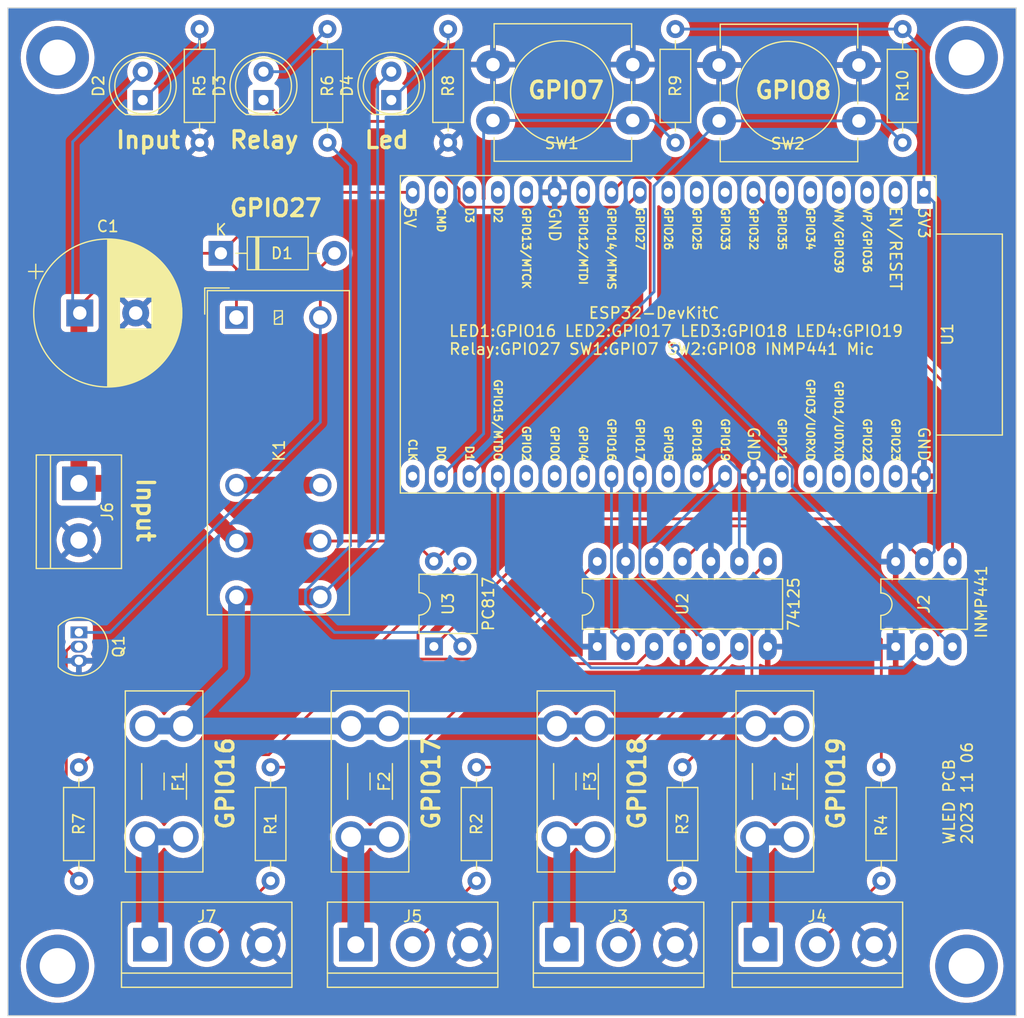
<source format=kicad_pcb>
(kicad_pcb (version 20221018) (generator pcbnew)
  (layers (0 "F.Cu" signal) (31 "B.Cu" signal) (34 "B.Paste" user) (35 "F.Paste" user) (36 "B.SilkS" user "B.Silkscreen") (37 "F.SilkS" user "F.Silkscreen") (38 "B.Mask" user) (39 "F.Mask" user) (44 "Edge.Cuts" user))
  (net 0 "")
  (net 1 "+5V")
  (net 2 "GND")
  (net 3 "Net-(D1-A)")
  (net 4 "Net-(D2-K)")
  (net 5 "/relay trigger lo")
  (net 6 "Net-(D3-A)")
  (net 7 "Net-(D4-K)")
  (net 8 "/5v sw")
  (net 9 "Net-(J7-Pin_1)")
  (net 10 "Net-(J5-Pin_1)")
  (net 11 "Net-(J3-Pin_1)")
  (net 12 "Net-(J4-Pin_1)")
  (net 13 "/mic ws")
  (net 14 "/mic sck")
  (net 15 "/mic sd")
  (net 16 "+3.3V")
  (net 17 "/led3 hi")
  (net 18 "/led4 hi")
  (net 19 "/led2 hi")
  (net 20 "/led1 hi")
  (net 21 "unconnected-(K1-Pad12)")
  (net 22 "Net-(Q1-B)")
  (net 23 "Net-(U2A-O)")
  (net 24 "Net-(U2B-O)")
  (net 25 "Net-(U2C-O)")
  (net 26 "Net-(U2D-O)")
  (net 27 "Net-(R6-Pad1)")
  (net 28 "Net-(R7-Pad2)")
  (net 39 "/led4 lo")
  (net 42 "/led1 lo")
  (net 43 "/led2 lo")
  (net 50 "/sw 1")
  (net 56 "/led3 lo")
  (net 57 "/sw 2")
  (footprint "TerminalBlock:TerminalBlock_bornier-3_P5.08mm" (layer "F.Cu") (at 125.73 137.16)
    (fp_text reference "J5" (at 5.08 -2.54) (layer "F.SilkS"))
    (fp_text value "Screw_Terminal_01x03")
    (pad "1" thru_hole rect (at 0 0) (size 3 3) (drill 1.52) (layers "*.Cu" "*.Mask") (net 10 "Net-(J5-Pin_1)"))
    (pad "2" thru_hole circle (at 5.08 0) (size 3 3) (drill 1.52) (layers "*.Cu" "*.Mask") (net 19 "/led2 hi"))
    (pad "3" thru_hole circle (at 10.16 0) (size 3 3) (drill 1.52) (layers "*.Cu" "*.Mask") (net 2 "GND"))
  )
  (footprint "Diode_THT:D_DO-41_SOD81_P10.16mm_Horizontal" (layer "F.Cu") (at 113.6625 75.3025)
    (fp_text reference "D1" (at 5.461 0) (layer "F.SilkS"))
    (fp_text value "1N4001")
    (fp_text user "K" (at 0 -2.1) (layer "F.SilkS"))
    (pad "1" thru_hole rect (at 0 0) (size 2.2 2.2) (drill 1.1) (layers "*.Cu" "*.Mask") (net 1 "+5V"))
    (pad "2" thru_hole oval (at 10.16 0) (size 2.2 2.2) (drill 1.1) (layers "*.Cu" "*.Mask") (net 3 "Net-(D1-A)"))
  )
  (footprint "Resistor_THT:R_Axial_DIN0207_L6.3mm_D2.5mm_P10.16mm_Horizontal" (layer "F.Cu") (at 154.305 65.405 90)
    (fp_text reference "R9" (at 5.08 0 90) (layer "F.SilkS"))
    (fp_text value "10k")
    (pad "1" thru_hole circle (at 0 0 90) (size 1.6 1.6) (drill 0.8) (layers "*.Cu" "*.Mask") (net 50 "/sw 1"))
    (pad "2" thru_hole oval (at 10.16 0 90) (size 1.6 1.6) (drill 0.8) (layers "*.Cu" "*.Mask") (net 16 "+3.3V"))
  )
  (footprint "Resistor_THT:R_Axial_DIN0207_L6.3mm_D2.5mm_P10.16mm_Horizontal" (layer "F.Cu") (at 136.525 131.445 90)
    (fp_text reference "R2" (at 5.08 0 90) (layer "F.SilkS"))
    (fp_text value "62R")
    (pad "1" thru_hole circle (at 0 0 90) (size 1.6 1.6) (drill 0.8) (layers "*.Cu" "*.Mask") (net 19 "/led2 hi"))
    (pad "2" thru_hole oval (at 10.16 0 90) (size 1.6 1.6) (drill 0.8) (layers "*.Cu" "*.Mask") (net 24 "Net-(U2B-O)"))
  )
  (footprint "Fuse:Fuseholder_Blade_Mini_Keystone_3568" (layer "F.Cu") (at 147.115 117.595 -90)
    (fp_text reference "F3" (at 4.96 0.43 90) (layer "F.SilkS"))
    (fp_text value "Fuse")
    (pad "1" thru_hole circle (at 0 0 270) (size 2.78 2.78) (drill 1.78) (layers "*.Cu" "*.Mask") (net 8 "/5v sw"))
    (pad "1" thru_hole circle (at 0 3.4 270) (size 2.78 2.78) (drill 1.78) (layers "*.Cu" "*.Mask") (net 8 "/5v sw"))
    (pad "2" thru_hole circle (at 9.92 0 270) (size 2.78 2.78) (drill 1.78) (layers "*.Cu" "*.Mask") (net 11 "Net-(J3-Pin_1)"))
    (pad "2" thru_hole circle (at 9.92 3.4 270) (size 2.78 2.78) (drill 1.78) (layers "*.Cu" "*.Mask") (net 11 "Net-(J3-Pin_1)"))
  )
  (footprint "PCM_Espressif:ESP32-DevKitC" (layer "F.Cu") (at 176.53 69.85 -90)
    (fp_text reference "U1" (at 12.7 -2.1 90) (layer "F.SilkS"))
    (fp_text value "ESP32-DevKitC" (at 10.795 24.13) (layer "F.SilkS"))
    (fp_text user "GPIO2" (at 24.13 35.56 -90 unlocked) (layer "F.SilkS") (effects (font (size 0.7 0.7)) (justify right)))
    (fp_text user "GPIO15/MTDO" (at 24.13 38.1 -90 unlocked) (layer "F.SilkS") (effects (font (size 0.7 0.7)) (justify right)))
    (fp_text user "GPIO16" (at 24.13 27.94 -90 unlocked) (layer "F.SilkS") (effects (font (size 0.7 0.7)) (justify right)))
    (fp_text user "GPIO26" (at 1.27 22.86 -90 unlocked) (layer "F.SilkS") (effects (font (size 0.7 0.7)) (justify left)))
    (fp_text user "GPIO17" (at 24.13 25.4 -90 unlocked) (layer "F.SilkS") (effects (font (size 0.7 0.7)) (justify right)))
    (fp_text user "GND" (at 24.13 0 -90 unlocked) (layer "F.SilkS") (effects (justify right)))
    (fp_text user "GPIO14/MTMS" (at 1.27 27.94 -90 unlocked) (layer "F.SilkS") (effects (font (size 0.7 0.7)) (justify left)))
    (fp_text user "GPIO5" (at 24.13 22.86 -90 unlocked) (layer "F.SilkS") (effects (font (size 0.7 0.7)) (justify right)))
    (fp_text user "GPIO13/MTCK" (at 1.27 35.56 -90 unlocked) (layer "F.SilkS") (effects (font (size 0.7 0.7)) (justify left)))
    (fp_text user "GPIO34" (at 1.27 10.16 -90 unlocked) (layer "F.SilkS") (effects (font (size 0.7 0.7)) (justify left)))
    (fp_text user "GPIO33" (at 1.27 17.78 -90 unlocked) (layer "F.SilkS") (effects (font (size 0.7 0.7)) (justify left)))
    (fp_text user "5V" (at 1.26632 45.97128 -90 unlocked) (layer "F.SilkS") (effects (justify left)))
    (fp_text user "D2" (at 1.27 38.1 -90 unlocked) (layer "F.SilkS") (effects (font (size 0.7 0.7)) (justify left)))
    (fp_text user "GPIO35" (at 1.27 12.7 -90 unlocked) (layer "F.SilkS") (effects (font (size 0.7 0.7)) (justify left)))
    (fp_text user "GPIO0" (at 24.13 33.02 -90 unlocked) (layer "F.SilkS") (effects (font (size 0.7 0.7)) (justify right)))
    (fp_text user "CLK" (at 24.13 45.72 -90 unlocked) (layer "F.SilkS") (effects (font (size 0.7 0.7)) (justify right)))
    (fp_text user "GPIO32" (at 1.27 15.24 -90 unlocked) (layer "F.SilkS") (effects (font (size 0.7 0.7)) (justify left)))
    (fp_text user "GPIO3/U0RXD" (at 24.13 10.16 -90 unlocked) (layer "F.SilkS") (effects (font (size 0.7 0.7)) (justify right)))
    (fp_text user "GPIO25" (at 1.27 20.32 -90 unlocked) (layer "F.SilkS") (effects (font (size 0.7 0.7)) (justify left)))
    (fp_text user "VP/GPIO36" (at 1.27 5.08 -90 unlocked) (layer "F.SilkS") (effects (font (size 0.7 0.7)) (justify left)))
    (fp_text user "EN/RESET" (at 8.88632 2.53728 -90 unlocked) (layer "F.SilkS") (effects (justify right)))
    (fp_text user "3V3" (at 1.27 0 -90 unlocked) (layer "F.SilkS") (effects (justify left)))
    (fp_text user "GPIO1/U0TXD" (at 24.13 7.62 -90 unlocked) (layer "F.SilkS") (effects (font (size 0.7 0.7)) (justify right)))
    (fp_text user "D1" (at 24.13 40.64 -90 unlocked) (layer "F.SilkS") (effects (font (size 0.7 0.7)) (justify right)))
    (fp_text user "GPIO21" (at 24.13 12.7 -90 unlocked) (layer "F.SilkS") (effects (font (size 0.7 0.7)) (justify right)))
    (fp_text user "GND" (at 1.27 33.02 -90 unlocked) (layer "F.SilkS") (effects (justify left)))
    (fp_text user "CMD" (at 1.27 43.18 -90 unlocked) (layer "F.SilkS") (effects (font (size 0.7 0.7)) (justify left)))
    (fp_text user "D3" (at 1.27 40.64 -90 unlocked) (layer "F.SilkS") (effects (font (size 0.7 0.7)) (justify left)))
    (fp_text user "VN/GPIO39" (at 1.27 7.62 -90 unlocked) (layer "F.SilkS") (effects (font (size 0.7 0.7)) (justify left)))
    (fp_text user "GPIO22" (at 24.13 5.08 -90 unlocked) (layer "F.SilkS") (effects (font (size 0.7 0.7)) (justify right)))
    (fp_text user "GPIO19" (at 24.13 17.78 -90 unlocked) (layer "F.SilkS") (effects (font (size 0.7 0.7)) (justify right)))
    (fp_text user "D0" (at 24.13 43.18 -90 unlocked) (layer "F.SilkS") (effects (font (size 0.7 0.7)) (justify right)))
    (fp_text user "GPIO4" (at 24.13 30.48 -90 unlocked) (layer "F.SilkS") (effects (font (size 0.7 0.7)) (justify right)))
    (fp_text user "GPIO12/MTDI" (at 1.27 30.48 -90 unlocked) (layer "F.SilkS") (effects (font (size 0.7 0.7)) (justify left)))
    (fp_text user "GPIO27" (at 1.27 25.4 -90 unlocked) (layer "F.SilkS") (effects (font (size 0.7 0.7)) (justify left)))
    (fp_text user "GPIO23" (at 24.13 2.54 -90 unlocked) (layer "F.SilkS") (effects (font (size 0.7 0.7)) (justify right)))
    (fp_text user "GND" (at 24.13 15.24 -90 unlocked) (layer "F.SilkS") (effects (justify right)))
    (fp_text user "GPIO18" (at 24.13 20.32 -90 unlocked) (layer "F.SilkS") (effects (font (size 0.7 0.7)) (justify right)))
    (pad "1" thru_hole rect (at 0 0 180) (size 1.2 2) (drill 0.8) (layers "*.Cu" "*.Mask") (net 16 "+3.3V"))
    (pad "2" thru_hole oval (at 0 2.54 180) (size 1.2 2) (drill 0.8) (layers "*.Cu" "*.Mask"))
    (pad "3" thru_hole oval (at 0 5.08 180) (size 1.2 2) (drill 0.8) (layers "*.Cu" "*.Mask"))
    (pad "4" thru_hole oval (at 0 7.62 180) (size 1.2 2) (drill 0.8) (layers "*.Cu" "*.Mask"))
    (pad "5" thru_hole oval (at 0 10.16 180) (size 1.2 2) (drill 0.8) (layers "*.Cu" "*.Mask"))
    (pad "6" thru_hole oval (at 0 12.7 180) (size 1.2 2) (drill 0.8) (layers "*.Cu" "*.Mask"))
    (pad "7" thru_hole oval (at 0 15.24 180) (size 1.2 2) (drill 0.8) (layers "*.Cu" "*.Mask") (net 15 "/mic sd"))
    (pad "8" thru_hole oval (at 0 17.78 180) (size 1.2 2) (drill 0.8) (layers "*.Cu" "*.Mask"))
    (pad "9" thru_hole oval (at 0 20.32 180) (size 1.2 2) (drill 0.8) (layers "*.Cu" "*.Mask"))
    (pad "10" thru_hole oval (at 0 22.86 180) (size 1.2 2) (drill 0.8) (layers "*.Cu" "*.Mask"))
    (pad "11" thru_hole oval (at 0 25.4 180) (size 1.2 2) (drill 0.8) (layers "*.Cu" "*.Mask") (net 5 "/relay trigger lo"))
    (pad "12" thru_hole oval (at 0 27.94 180) (size 1.2 2) (drill 0.8) (layers "*.Cu" "*.Mask") (net 14 "/mic sck"))
    (pad "13" thru_hole oval (at 0 30.48 180) (size 1.2 2) (drill 0.8) (layers "*.Cu" "*.Mask"))
    (pad "14" thru_hole oval (at 0 33.02 180) (size 1.2 2) (drill 0.8) (layers "*.Cu" "*.Mask") (net 2 "GND"))
    (pad "15" thru_hole oval (at 0 35.56 180) (size 1.2 2) (drill 0.8) (layers "*.Cu" "*.Mask"))
    (pad "16" thru_hole oval (at 0 38.1 180) (size 1.2 2) (drill 0.8) (layers "*.Cu" "*.Mask"))
    (pad "17" thru_hole oval (at 0 40.64 180) (size 1.2 2) (drill 0.8) (layers "*.Cu" "*.Mask"))
    (pad "18" thru_hole oval (at 0 43.18 180) (size 1.2 2) (drill 0.8) (layers "*.Cu" "*.Mask"))
    (pad "19" thru_hole oval (at 0 45.72 180) (size 1.2 2) (drill 0.8) (layers "*.Cu" "*.Mask") (net 1 "+5V"))
    (pad "20" thru_hole oval (at 25.39632 45.71728 180) (size 1.2 2) (drill 0.8) (layers "*.Cu" "*.Mask"))
    (pad "21" thru_hole oval (at 25.39632 43.17728 180) (size 1.2 2) (drill 0.8) (layers "*.Cu" "*.Mask") (net 50 "/sw 1"))
    (pad "22" thru_hole oval (at 25.4 40.64 180) (size 1.2 2) (drill 0.8) (layers "*.Cu" "*.Mask") (net 57 "/sw 2"))
    (pad "23" thru_hole oval (at 25.4 38.1 180) (size 1.2 2) (drill 0.8) (layers "*.Cu" "*.Mask") (net 13 "/mic ws"))
    (pad "24" thru_hole oval (at 25.4 35.56 180) (size 1.2 2) (drill 0.8) (layers "*.Cu" "*.Mask"))
    (pad "25" thru_hole oval (at 25.4 33.02 180) (size 1.2 2) (drill 0.8) (layers "*.Cu" "*.Mask"))
    (pad "26" thru_hole oval (at 25.4 30.48 180) (size 1.2 2) (drill 0.8) (layers "*.Cu" "*.Mask"))
    (pad "27" thru_hole oval (at 25.4 27.94 180) (size 1.2 2) (drill 0.8) (layers "*.Cu" "*.Mask") (net 42 "/led1 lo"))
    (pad "28" thru_hole oval (at 25.4 25.4 180) (size 1.2 2) (drill 0.8) (layers "*.Cu" "*.Mask") (net 43 "/led2 lo"))
    (pad "29" thru_hole oval (at 25.4 22.86 180) (size 1.2 2) (drill 0.8) (layers "*.Cu" "*.Mask"))
    (pad "30" thru_hole oval (at 25.4 20.32 180) (size 1.2 2) (drill 0.8) (layers "*.Cu" "*.Mask") (net 56 "/led3 lo"))
    (pad "31" thru_hole oval (at 25.4 17.78 180) (size 1.2 2) (drill 0.8) (layers "*.Cu" "*.Mask") (net 39 "/led4 lo"))
    (pad "32" thru_hole oval (at 25.4 15.24 180) (size 1.2 2) (drill 0.8) (layers "*.Cu" "*.Mask") (net 2 "GND"))
    (pad "33" thru_hole oval (at 25.4 12.7 180) (size 1.2 2) (drill 0.8) (layers "*.Cu" "*.Mask"))
    (pad "34" thru_hole oval (at 25.4 10.16 180) (size 1.2 2) (drill 0.8) (layers "*.Cu" "*.Mask"))
    (pad "35" thru_hole oval (at 25.4 7.62 180) (size 1.2 2) (drill 0.8) (layers "*.Cu" "*.Mask"))
    (pad "36" thru_hole oval (at 25.4 5.08 180) (size 1.2 2) (drill 0.8) (layers "*.Cu" "*.Mask"))
    (pad "37" thru_hole oval (at 25.4 2.54 180) (size 1.2 2) (drill 0.8) (layers "*.Cu" "*.Mask"))
    (pad "38" thru_hole oval (at 25.4 0 180) (size 1.2 2) (drill 0.8) (layers "*.Cu" "*.Mask") (net 2 "GND"))
  )
  (footprint "TerminalBlock:TerminalBlock_bornier-3_P5.08mm" (layer "F.Cu") (at 144.145 137.16)
    (fp_text reference "J3" (at 5.08 -2.54) (layer "F.SilkS"))
    (fp_text value "Screw_Terminal_01x03")
    (pad "1" thru_hole rect (at 0 0) (size 3 3) (drill 1.52) (layers "*.Cu" "*.Mask") (net 11 "Net-(J3-Pin_1)"))
    (pad "2" thru_hole circle (at 5.08 0) (size 3 3) (drill 1.52) (layers "*.Cu" "*.Mask") (net 17 "/led3 hi"))
    (pad "3" thru_hole circle (at 10.16 0) (size 3 3) (drill 1.52) (layers "*.Cu" "*.Mask") (net 2 "GND"))
  )
  (footprint "TerminalBlock:TerminalBlock_bornier-3_P5.08mm" (layer "F.Cu") (at 107.315 137.16)
    (fp_text reference "J7" (at 5.08 -2.54) (layer "F.SilkS"))
    (fp_text value "Screw_Terminal_01x03")
    (pad "1" thru_hole rect (at 0 0) (size 3 3) (drill 1.52) (layers "*.Cu" "*.Mask") (net 9 "Net-(J7-Pin_1)"))
    (pad "2" thru_hole circle (at 5.08 0) (size 3 3) (drill 1.52) (layers "*.Cu" "*.Mask") (net 20 "/led1 hi"))
    (pad "3" thru_hole circle (at 10.16 0) (size 3 3) (drill 1.52) (layers "*.Cu" "*.Mask") (net 2 "GND"))
  )
  (footprint "Resistor_THT:R_Axial_DIN0207_L6.3mm_D2.5mm_P10.16mm_Horizontal" (layer "F.Cu") (at 123.19 65.405 90)
    (fp_text reference "R6" (at 5.08 0 90) (layer "F.SilkS"))
    (fp_text value "R")
    (pad "1" thru_hole circle (at 0 0 90) (size 1.6 1.6) (drill 0.8) (layers "*.Cu" "*.Mask") (net 27 "Net-(R6-Pad1)"))
    (pad "2" thru_hole oval (at 10.16 0 90) (size 1.6 1.6) (drill 0.8) (layers "*.Cu" "*.Mask") (net 6 "Net-(D3-A)"))
  )
  (footprint "MountingHole:MountingHole_3.2mm_M3_DIN965_Pad_TopBottom" (layer "F.Cu") (at 180.34 139.065)
    (fp_text reference "H4" hide)
    (fp_text value "MountingHole")
    (pad "1" thru_hole circle (at 0 0) (size 3.6 3.6) (drill 3.2) (layers "*.Cu" "*.Mask"))
    (pad "1" connect circle (at 0 0) (size 5.6 5.6) (layers "F.Cu" "F.Mask"))
    (pad "1" connect circle (at 0 0) (size 5.6 5.6) (layers "B.Cu" "B.Mask"))
  )
  (footprint "Package_DIP:DIP-6_W7.62mm_LongPads" (layer "F.Cu") (at 174.005 110.505 90)
    (fp_text reference "J2" (at 3.825 2.525 90) (layer "F.SilkS"))
    (fp_text value "Conn_02x03_Counter_Clockwise")
    (pad "1" thru_hole rect (at 0 0 90) (size 2.4 1.6) (drill 0.8) (layers "*.Cu" "*.Mask") (net 2 "GND"))
    (pad "2" thru_hole oval (at 0 2.54 90) (size 2.4 1.6) (drill 0.8) (layers "*.Cu" "*.Mask") (net 13 "/mic ws"))
    (pad "3" thru_hole oval (at 0 5.08 90) (size 2.4 1.6) (drill 0.8) (layers "*.Cu" "*.Mask") (net 14 "/mic sck"))
    (pad "4" thru_hole oval (at 7.62 5.08 90) (size 2.4 1.6) (drill 0.8) (layers "*.Cu" "*.Mask") (net 15 "/mic sd"))
    (pad "5" thru_hole oval (at 7.62 2.54 90) (size 2.4 1.6) (drill 0.8) (layers "*.Cu" "*.Mask") (net 16 "+3.3V"))
    (pad "6" thru_hole oval (at 7.62 0 90) (size 2.4 1.6) (drill 0.8) (layers "*.Cu" "*.Mask") (net 2 "GND"))
  )
  (footprint "Package_DIP:DIP-14_W7.62mm_LongPads" (layer "F.Cu") (at 147.32 110.49 90)
    (fp_text reference "U2" (at 3.81 7.62 90) (layer "F.SilkS"))
    (fp_text value "74125" (at 3.81 17.57 90) (layer "F.SilkS"))
    (pad "1" thru_hole rect (at 0 0 90) (size 2.4 1.6) (drill 0.8) (layers "*.Cu" "*.Mask") (net 2 "GND"))
    (pad "2" thru_hole oval (at 0 2.54 90) (size 2.4 1.6) (drill 0.8) (layers "*.Cu" "*.Mask") (net 42 "/led1 lo"))
    (pad "3" thru_hole oval (at 0 5.08 90) (size 2.4 1.6) (drill 0.8) (layers "*.Cu" "*.Mask") (net 23 "Net-(U2A-O)"))
    (pad "4" thru_hole oval (at 0 7.62 90) (size 2.4 1.6) (drill 0.8) (layers "*.Cu" "*.Mask") (net 2 "GND"))
    (pad "5" thru_hole oval (at 0 10.16 90) (size 2.4 1.6) (drill 0.8) (layers "*.Cu" "*.Mask") (net 43 "/led2 lo"))
    (pad "6" thru_hole oval (at 0 12.7 90) (size 2.4 1.6) (drill 0.8) (layers "*.Cu" "*.Mask") (net 24 "Net-(U2B-O)"))
    (pad "7" thru_hole oval (at 0 15.24 90) (size 2.4 1.6) (drill 0.8) (layers "*.Cu" "*.Mask") (net 2 "GND"))
    (pad "8" thru_hole oval (at 7.62 15.24 90) (size 2.4 1.6) (drill 0.8) (layers "*.Cu" "*.Mask") (net 25 "Net-(U2C-O)"))
    (pad "9" thru_hole oval (at 7.62 12.7 90) (size 2.4 1.6) (drill 0.8) (layers "*.Cu" "*.Mask") (net 56 "/led3 lo"))
    (pad "10" thru_hole oval (at 7.62 10.16 90) (size 2.4 1.6) (drill 0.8) (layers "*.Cu" "*.Mask") (net 2 "GND"))
    (pad "11" thru_hole oval (at 7.62 7.62 90) (size 2.4 1.6) (drill 0.8) (layers "*.Cu" "*.Mask") (net 26 "Net-(U2D-O)"))
    (pad "12" thru_hole oval (at 7.62 5.08 90) (size 2.4 1.6) (drill 0.8) (layers "*.Cu" "*.Mask") (net 39 "/led4 lo"))
    (pad "13" thru_hole oval (at 7.62 2.54 90) (size 2.4 1.6) (drill 0.8) (layers "*.Cu" "*.Mask") (net 2 "GND"))
    (pad "14" thru_hole oval (at 7.62 0 90) (size 2.4 1.6) (drill 0.8) (layers "*.Cu" "*.Mask") (net 1 "+5V"))
  )
  (footprint "MountingHole:MountingHole_3.2mm_M3_DIN965_Pad_TopBottom" (layer "F.Cu") (at 99.06 57.785)
    (fp_text reference "H1" hide)
    (fp_text value "MountingHole")
    (pad "1" thru_hole circle (at 0 0) (size 3.6 3.6) (drill 3.2) (layers "*.Cu" "*.Mask"))
    (pad "1" connect circle (at 0 0) (size 5.6 5.6) (layers "F.Cu" "F.Mask"))
    (pad "1" connect circle (at 0 0) (size 5.6 5.6) (layers "B.Cu" "B.Mask"))
  )
  (footprint "TerminalBlock:TerminalBlock_bornier-2_P5.08mm" (layer "F.Cu") (at 100.965 95.885 -90)
    (fp_text reference "J6" (at 2.54 -2.54 90) (layer "F.SilkS"))
    (fp_text value "Screw_Terminal_01x02")
    (pad "1" thru_hole rect (at 0 0 270) (size 3 3) (drill 1.52) (layers "*.Cu" "*.Mask") (net 1 "+5V"))
    (pad "2" thru_hole circle (at 5.08 0 270) (size 3 3) (drill 1.52) (layers "*.Cu" "*.Mask") (net 2 "GND"))
  )
  (footprint "Resistor_THT:R_Axial_DIN0207_L6.3mm_D2.5mm_P10.16mm_Horizontal" (layer "F.Cu") (at 174.625 65.405 90)
    (fp_text reference "R10" (at 5.08 0 90) (layer "F.SilkS"))
    (fp_text value "10k")
    (pad "1" thru_hole circle (at 0 0 90) (size 1.6 1.6) (drill 0.8) (layers "*.Cu" "*.Mask") (net 57 "/sw 2"))
    (pad "2" thru_hole oval (at 10.16 0 90) (size 1.6 1.6) (drill 0.8) (layers "*.Cu" "*.Mask") (net 16 "+3.3V"))
  )
  (footprint "Button_Switch_THT:SW_PUSH-12mm_Wuerth-430476085716" (layer "F.Cu") (at 150.495 63.42 180)
    (fp_text reference "SW1" (at 6.35 -2.03905 180) (layer "F.SilkS"))
    (fp_text value "SW_Push")
    (pad "1" thru_hole oval (at 0 0 180) (size 3 2.5) (drill 1.2) (layers "*.Cu" "*.Mask") (net 50 "/sw 1"))
    (pad "1" thru_hole oval (at 12.5 0 180) (size 3 2.5) (drill 1.2) (layers "*.Cu" "*.Mask") (net 50 "/sw 1"))
    (pad "2" thru_hole oval (at 0 5 180) (size 3 2.5) (drill 1.2) (layers "*.Cu" "*.Mask") (net 2 "GND"))
    (pad "2" thru_hole oval (at 12.5 5 180) (size 3 2.5) (drill 1.2) (layers "*.Cu" "*.Mask") (net 2 "GND"))
  )
  (footprint "Button_Switch_THT:SW_PUSH-12mm_Wuerth-430476085716" (layer "F.Cu") (at 170.715 63.46 180)
    (fp_text reference "SW2" (at 6.35 -2.03905 180) (layer "F.SilkS"))
    (fp_text value "SW_Push")
    (pad "1" thru_hole oval (at 0 0 180) (size 3 2.5) (drill 1.2) (layers "*.Cu" "*.Mask") (net 57 "/sw 2"))
    (pad "1" thru_hole oval (at 12.5 0 180) (size 3 2.5) (drill 1.2) (layers "*.Cu" "*.Mask") (net 57 "/sw 2"))
    (pad "2" thru_hole oval (at 0 5 180) (size 3 2.5) (drill 1.2) (layers "*.Cu" "*.Mask") (net 2 "GND"))
    (pad "2" thru_hole oval (at 12.5 5 180) (size 3 2.5) (drill 1.2) (layers "*.Cu" "*.Mask") (net 2 "GND"))
  )
  (footprint "Fuse:Fuseholder_Blade_Mini_Keystone_3568" (layer "F.Cu") (at 110.285 117.595 -90)
    (fp_text reference "F1" (at 4.96 0.43 90) (layer "F.SilkS"))
    (fp_text value "Fuse")
    (pad "1" thru_hole circle (at 0 0 270) (size 2.78 2.78) (drill 1.78) (layers "*.Cu" "*.Mask") (net 8 "/5v sw"))
    (pad "1" thru_hole circle (at 0 3.4 270) (size 2.78 2.78) (drill 1.78) (layers "*.Cu" "*.Mask") (net 8 "/5v sw"))
    (pad "2" thru_hole circle (at 9.92 0 270) (size 2.78 2.78) (drill 1.78) (layers "*.Cu" "*.Mask") (net 9 "Net-(J7-Pin_1)"))
    (pad "2" thru_hole circle (at 9.92 3.4 270) (size 2.78 2.78) (drill 1.78) (layers "*.Cu" "*.Mask") (net 9 "Net-(J7-Pin_1)"))
  )
  (footprint "Fuse:Fuseholder_Blade_Mini_Keystone_3568" (layer "F.Cu") (at 164.895 117.595 -90)
    (fp_text reference "F4" (at 4.96 0.43 90) (layer "F.SilkS"))
    (fp_text value "Fuse")
    (pad "1" thru_hole circle (at 0 0 270) (size 2.78 2.78) (drill 1.78) (layers "*.Cu" "*.Mask") (net 8 "/5v sw"))
    (pad "1" thru_hole circle (at 0 3.4 270) (size 2.78 2.78) (drill 1.78) (layers "*.Cu" "*.Mask") (net 8 "/5v sw"))
    (pad "2" thru_hole circle (at 9.92 0 270) (size 2.78 2.78) (drill 1.78) (layers "*.Cu" "*.Mask") (net 12 "Net-(J4-Pin_1)"))
    (pad "2" thru_hole circle (at 9.92 3.4 270) (size 2.78 2.78) (drill 1.78) (layers "*.Cu" "*.Mask") (net 12 "Net-(J4-Pin_1)"))
  )
  (footprint "Fuse:Fuseholder_Blade_Mini_Keystone_3568" (layer "F.Cu") (at 128.7 117.595 -90)
    (fp_text reference "F2" (at 4.96 0.43 90) (layer "F.SilkS"))
    (fp_text value "Fuse")
    (pad "1" thru_hole circle (at 0 0 270) (size 2.78 2.78) (drill 1.78) (layers "*.Cu" "*.Mask") (net 8 "/5v sw"))
    (pad "1" thru_hole circle (at 0 3.4 270) (size 2.78 2.78) (drill 1.78) (layers "*.Cu" "*.Mask") (net 8 "/5v sw"))
    (pad "2" thru_hole circle (at 9.92 0 270) (size 2.78 2.78) (drill 1.78) (layers "*.Cu" "*.Mask") (net 10 "Net-(J5-Pin_1)"))
    (pad "2" thru_hole circle (at 9.92 3.4 270) (size 2.78 2.78) (drill 1.78) (layers "*.Cu" "*.Mask") (net 10 "Net-(J5-Pin_1)"))
  )
  (footprint "Resistor_THT:R_Axial_DIN0207_L6.3mm_D2.5mm_P10.16mm_Horizontal" (layer "F.Cu") (at 154.94 131.445 90)
    (fp_text reference "R3" (at 5.08 0 90) (layer "F.SilkS"))
    (fp_text value "62R")
    (pad "1" thru_hole circle (at 0 0 90) (size 1.6 1.6) (drill 0.8) (layers "*.Cu" "*.Mask") (net 17 "/led3 hi"))
    (pad "2" thru_hole oval (at 10.16 0 90) (size 1.6 1.6) (drill 0.8) (layers "*.Cu" "*.Mask") (net 25 "Net-(U2C-O)"))
  )
  (footprint "Resistor_THT:R_Axial_DIN0207_L6.3mm_D2.5mm_P10.16mm_Horizontal" (layer "F.Cu") (at 100.965 131.445 90)
    (fp_text reference "R7" (at 5.08 0 90) (layer "F.SilkS"))
    (fp_text value "R")
    (pad "1" thru_hole circle (at 0 0 90) (size 1.6 1.6) (drill 0.8) (layers "*.Cu" "*.Mask") (net 22 "Net-(Q1-B)"))
    (pad "2" thru_hole oval (at 10.16 0 90) (size 1.6 1.6) (drill 0.8) (layers "*.Cu" "*.Mask") (net 28 "Net-(R7-Pad2)"))
  )
  (footprint "LED_THT:LED_D5.0mm" (layer "F.Cu") (at 106.68 61.6 90)
    (fp_text reference "D2" (at 1.27 -3.96 90) (layer "F.SilkS"))
    (fp_text value "LED")
    (pad "1" thru_hole rect (at 0 0 90) (size 1.8 1.8) (drill 0.9) (layers "*.Cu" "*.Mask") (net 4 "Net-(D2-K)"))
    (pad "2" thru_hole circle (at 2.54 0 90) (size 1.8 1.8) (drill 0.9) (layers "*.Cu" "*.Mask") (net 1 "+5V"))
  )
  (footprint "Package_DIP:DIP-4_W7.62mm" (layer "F.Cu") (at 132.71 110.48 90)
    (fp_text reference "U3" (at 3.81 1.275 90) (layer "F.SilkS"))
    (fp_text value "PC817" (at 3.81 4.87 90) (layer "F.SilkS"))
    (pad "1" thru_hole rect (at 0 0 90) (size 1.6 1.6) (drill 0.8) (layers "*.Cu" "*.Mask") (net 16 "+3.3V"))
    (pad "2" thru_hole oval (at 0 2.54 90) (size 1.6 1.6) (drill 0.8) (layers "*.Cu" "*.Mask") (net 27 "Net-(R6-Pad1)"))
    (pad "3" thru_hole oval (at 7.62 2.54 90) (size 1.6 1.6) (drill 0.8) (layers "*.Cu" "*.Mask") (net 28 "Net-(R7-Pad2)"))
    (pad "4" thru_hole oval (at 7.62 0 90) (size 1.6 1.6) (drill 0.8) (layers "*.Cu" "*.Mask") (net 1 "+5V"))
  )
  (footprint "Resistor_THT:R_Axial_DIN0207_L6.3mm_D2.5mm_P10.16mm_Horizontal" (layer "F.Cu") (at 133.985 65.405 90)
    (fp_text reference "R8" (at 5.08 0 90) (layer "F.SilkS"))
    (fp_text value "150R")
    (pad "1" thru_hole circle (at 0 0 90) (size 1.6 1.6) (drill 0.8) (layers "*.Cu" "*.Mask") (net 2 "GND"))
    (pad "2" thru_hole oval (at 10.16 0 90) (size 1.6 1.6) (drill 0.8) (layers "*.Cu" "*.Mask") (net 7 "Net-(D4-K)"))
  )
  (footprint "LED_THT:LED_D5.0mm" (layer "F.Cu") (at 128.905 61.595 90)
    (fp_text reference "D4" (at 1.27 -3.96 90) (layer "F.SilkS"))
    (fp_text value "LED")
    (pad "1" thru_hole rect (at 0 0 90) (size 1.8 1.8) (drill 0.9) (layers "*.Cu" "*.Mask") (net 7 "Net-(D4-K)"))
    (pad "2" thru_hole circle (at 2.54 0 90) (size 1.8 1.8) (drill 0.9) (layers "*.Cu" "*.Mask") (net 8 "/5v sw"))
  )
  (footprint "Relay_THT:Relay_SPDT_Omron_G2RL-1-E" (layer "F.Cu") (at 115.055 81.045)
    (fp_text reference "K1" (at 3.8145 11.9105 90) (layer "F.SilkS"))
    (fp_text value "Relay_SPDT")
    (pad "11" thru_hole circle (at 0 20) (size 2 2) (drill 1.3) (layers "*.Cu" "*.Mask") (net 1 "+5V"))
    (pad "11" thru_hole circle (at 7.5 20) (size 2 2) (drill 1.3) (layers "*.Cu" "*.Mask") (net 1 "+5V"))
    (pad "12" thru_hole circle (at 0 15) (size 2 2) (drill 1.3) (layers "*.Cu" "*.Mask") (net 21 "unconnected-(K1-Pad12)"))
    (pad "12" thru_hole circle (at 7.5 15) (size 2 2) (drill 1.3) (layers "*.Cu" "*.Mask") (net 21 "unconnected-(K1-Pad12)"))
    (pad "14" thru_hole circle (at 0 25) (size 2 2) (drill 1.3) (layers "*.Cu" "*.Mask") (net 8 "/5v sw"))
    (pad "14" thru_hole circle (at 7.5 25) (size 2 2) (drill 1.3) (layers "*.Cu" "*.Mask") (net 8 "/5v sw"))
    (pad "A1" thru_hole rect (at 0 0) (size 2 2) (drill 1.3) (layers "*.Cu" "*.Mask") (net 1 "+5V"))
    (pad "A2" thru_hole circle (at 7.5 0) (size 2 2) (drill 1.3) (layers "*.Cu" "*.Mask") (net 3 "Net-(D1-A)"))
  )
  (footprint "Package_TO_SOT_THT:TO-92_Inline" (layer "F.Cu") (at 100.965 109.22 -90)
    (fp_text reference "Q1" (at 1.27 -3.56 90) (layer "F.SilkS"))
    (fp_text value "BC337")
    (pad "1" thru_hole rect (at 0 0 270) (size 1.05 1.5) (drill 0.75) (layers "*.Cu" "*.Mask") (net 3 "Net-(D1-A)"))
    (pad "2" thru_hole oval (at 1.27 0 270) (size 1.05 1.5) (drill 0.75) (layers "*.Cu" "*.Mask") (net 22 "Net-(Q1-B)"))
    (pad "3" thru_hole oval (at 2.54 0 270) (size 1.05 1.5) (drill 0.75) (layers "*.Cu" "*.Mask") (net 2 "GND"))
  )
  (footprint "MountingHole:MountingHole_3.2mm_M3_DIN965_Pad_TopBottom" (layer "F.Cu") (at 99.06 139.065)
    (fp_text reference "H3" hide)
    (fp_text value "MountingHole")
    (pad "1" thru_hole circle (at 0 0) (size 3.6 3.6) (drill 3.2) (layers "*.Cu" "*.Mask"))
    (pad "1" connect circle (at 0 0) (size 5.6 5.6) (layers "F.Cu" "F.Mask"))
    (pad "1" connect circle (at 0 0) (size 5.6 5.6) (layers "B.Cu" "B.Mask"))
  )
  (footprint "Capacitor_THT:CP_Radial_D13.0mm_P5.00mm" (layer "F.Cu") (at 101.045 80.645)
    (fp_text reference "C1" (at 2.5 -7.75) (layer "F.SilkS"))
    (fp_text value "1000uF")
    (pad "1" thru_hole rect (at 0 0) (size 2.4 2.4) (drill 1.2) (layers "*.Cu" "*.Mask") (net 1 "+5V"))
    (pad "2" thru_hole circle (at 5 0) (size 2.4 2.4) (drill 1.2) (layers "*.Cu" "*.Mask") (net 2 "GND"))
  )
  (footprint "Resistor_THT:R_Axial_DIN0207_L6.3mm_D2.5mm_P10.16mm_Horizontal" (layer "F.Cu") (at 118.11 131.445 90)
    (fp_text reference "R1" (at 5.08 0 90) (layer "F.SilkS"))
    (fp_text value "62R")
    (pad "1" thru_hole circle (at 0 0 90) (size 1.6 1.6) (drill 0.8) (layers "*.Cu" "*.Mask") (net 20 "/led1 hi"))
    (pad "2" thru_hole oval (at 10.16 0 90) (size 1.6 1.6) (drill 0.8) (layers "*.Cu" "*.Mask") (net 23 "Net-(U2A-O)"))
  )
  (footprint "Resistor_THT:R_Axial_DIN0207_L6.3mm_D2.5mm_P10.16mm_Horizontal" (layer "F.Cu") (at 111.76 65.405 90)
    (fp_text reference "R5" (at 5.08 0 90) (layer "F.SilkS"))
    (fp_text value "150R")
    (pad "1" thru_hole circle (at 0 0 90) (size 1.6 1.6) (drill 0.8) (layers "*.Cu" "*.Mask") (net 2 "GND"))
    (pad "2" thru_hole oval (at 10.16 0 90) (size 1.6 1.6) (drill 0.8) (layers "*.Cu" "*.Mask") (net 4 "Net-(D2-K)"))
  )
  (footprint "TerminalBlock:TerminalBlock_bornier-3_P5.08mm" (layer "F.Cu") (at 161.925 137.16)
    (fp_text reference "J4" (at 5.05 -2.54) (layer "F.SilkS"))
    (fp_text value "Screw_Terminal_01x03")
    (pad "1" thru_hole rect (at 0 0) (size 3 3) (drill 1.52) (layers "*.Cu" "*.Mask") (net 12 "Net-(J4-Pin_1)"))
    (pad "2" thru_hole circle (at 5.08 0) (size 3 3) (drill 1.52) (layers "*.Cu" "*.Mask") (net 18 "/led4 hi"))
    (pad "3" thru_hole circle (at 10.16 0) (size 3 3) (drill 1.52) (layers "*.Cu" "*.Mask") (net 2 "GND"))
  )
  (footprint "MountingHole:MountingHole_3.2mm_M3_DIN965_Pad_TopBottom" (layer "F.Cu") (at 180.34 57.785)
    (fp_text reference "H2" hide)
    (fp_text value "MountingHole")
    (pad "1" thru_hole circle (at 0 0) (size 3.6 3.6) (drill 3.2) (layers "*.Cu" "*.Mask"))
    (pad "1" connect circle (at 0 0) (size 5.6 5.6) (layers "F.Cu" "F.Mask"))
    (pad "1" connect circle (at 0 0) (size 5.6 5.6) (layers "B.Cu" "B.Mask"))
  )
  (footprint "LED_THT:LED_D5.0mm" (layer "F.Cu") (at 117.475 61.595 90)
    (fp_text reference "D3" (at 1.27 -3.96 90) (layer "F.SilkS"))
    (fp_text value "LED")
    (pad "1" thru_hole rect (at 0 0 90) (size 1.8 1.8) (drill 0.9) (layers "*.Cu" "*.Mask") (net 5 "/relay trigger lo"))
    (pad "2" thru_hole circle (at 2.54 0 90) (size 1.8 1.8) (drill 0.9) (layers "*.Cu" "*.Mask") (net 6 "Net-(D3-A)"))
  )
  (footprint "Resistor_THT:R_Axial_DIN0207_L6.3mm_D2.5mm_P10.16mm_Horizontal" (layer "F.Cu") (at 172.72 131.445 90)
    (fp_text reference "R4" (at 4.953 0 90) (layer "F.SilkS"))
    (fp_text value "62R")
    (pad "1" thru_hole circle (at 0 0 90) (size 1.6 1.6) (drill 0.8) (layers "*.Cu" "*.Mask") (net 18 "/led4 hi"))
    (pad "2" thru_hole oval (at 10.16 0 90) (size 1.6 1.6) (drill 0.8) (layers "*.Cu" "*.Mask") (net 26 "Net-(U2D-O)"))
  )
  (gr_rect (start 94.615 53.34) (end 184.785 143.51) (stroke (width 0.1)) (fill none) (layer "Edge.Cuts"))
  (gr_text "GPIO7" (at 140.97 61.595) (layer "F.SilkS") (effects (font (size 1.5 1.5) (thickness 0.3) bold) (justify left bottom)))
  (gr_text "GPIO17" (at 133.35 127 90) (layer "F.SilkS") (effects (font (size 1.5 1.5) (thickness 0.3) bold) (justify left bottom)))
  (gr_text "Led" (at 126.365 66.04) (layer "F.SilkS") (effects (font (size 1.5 1.5) (thickness 0.3) bold) (justify left bottom)))
  (gr_text "WLED PCB\n2023 11 06" (at 180.975 128.27 90) (layer "F.SilkS") (effects (font (size 1 1)) (justify left bottom)))
  (gr_text "GPIO8" (at 161.29 61.595) (layer "F.SilkS") (effects (font (size 1.5 1.5) (thickness 0.3) bold) (justify left bottom)))
  (gr_text "GPIO16" (at 114.935 127 90) (layer "F.SilkS") (effects (font (size 1.5 1.5) (thickness 0.3) bold) (justify left bottom)))
  (gr_text "GPIO27" (at 114.3 72.1275) (layer "F.SilkS") (effects (font (size 1.5 1.5) (thickness 0.3) bold) (justify left bottom)))
  (gr_text "GPIO18" (at 151.765 127 90) (layer "F.SilkS") (effects (font (size 1.5 1.5) (thickness 0.3) bold) (justify left bottom)))
  (gr_text "GPIO19" (at 169.545 127 90) (layer "F.SilkS") (effects (font (size 1.5 1.5) (thickness 0.3) bold) (justify left bottom)))
  (gr_text "Input" (at 104.14 66.045) (layer "F.SilkS") (effects (font (size 1.5 1.5) (thickness 0.3) bold) (justify left bottom)))
  (gr_text "Relay" (at 114.3 66.04) (layer "F.SilkS") (effects (font (size 1.5 1.5) (thickness 0.3) bold) (justify left bottom)))
  (gr_text "Input" (at 106.045 95.25 -90) (layer "F.SilkS") (effects (font (size 1.5 1.5) (thickness 0.3) bold) (justify left bottom)))
  (gr_text "INMP441" (at 182.245 109.855 90) (layer "F.SilkS") (effects (font (size 1 1)) (justify left bottom)))
  (gr_text "LED1:GPIO16 LED2:GPIO17 LED3:GPIO18 LED4:GPIO19\nRelay:GPIO27 SW1:GPIO7 SW2:GPIO8 INMP441 Mic" (at 133.985 84.455) (layer "F.SilkS") (effects (font (size 1 1)) (justify left bottom)))
  (segment (start 100.965 95.885) (end 109.895 95.885) (width 1.5) (layer "F.Cu") (net 1))
  (segment (start 122.555 101.045) (end 130.895 101.045) (width 0.25) (layer "F.Cu") (net 1))
  (segment (start 115.055 81.045) (end 115.055 76.695) (width 0.25) (layer "F.Cu") (net 1))
  (segment (start 138.585 111.605) (end 131.29 111.605) (width 0.25) (layer "F.Cu") (net 1))
  (segment (start 130.81 69.85) (end 119.115 69.85) (width 0.25) (layer "F.Cu") (net 1))
  (segment (start 147.32 102.87) (end 138.585 111.605) (width 0.25) (layer "F.Cu") (net 1))
  (segment (start 105.7525 75.3025) (end 113.6625 75.3025) (width 0.25) (layer "F.Cu") (net 1))
  (segment (start 109.895 95.885) (end 115.055 101.045) (width 1.5) (layer "F.Cu") (net 1))
  (segment (start 100.965 81.2) (end 100.41 80.645) (width 0.25) (layer "F.Cu") (net 1))
  (segment (start 137.16 100.965) (end 137.16 103.35) (width 0.25) (layer "F.Cu") (net 1))
  (segment (start 137.16 103.35) (end 131.29 109.22) (width 0.25) (layer "F.Cu") (net 1))
  (segment (start 115.055 76.695) (end 113.6625 75.3025) (width 0.25) (layer "F.Cu") (net 1))
  (segment (start 131.29 111.605) (end 131.29 109.22) (width 0.25) (layer "F.Cu") (net 1))
  (segment (start 100.41 80.645) (end 105.7525 75.3025) (width 0.25) (layer "F.Cu") (net 1))
  (segment (start 122.555 101.045) (end 115.055 101.045) (width 1.5) (layer "F.Cu") (net 1))
  (segment (start 134.605 100.965) (end 137.16 100.965) (width 0.25) (layer "F.Cu") (net 1))
  (segment (start 132.71 102.86) (end 134.605 100.965) (width 0.25) (layer "F.Cu") (net 1))
  (segment (start 130.895 101.045) (end 132.71 102.86) (width 0.25) (layer "F.Cu") (net 1))
  (segment (start 119.115 69.85) (end 113.6625 75.3025) (width 0.25) (layer "F.Cu") (net 1))
  (segment (start 100.965 95.885) (end 100.965 81.2) (width 1.5) (layer "F.Cu") (net 1))
  (segment (start 106.68 59.06) (end 100.41 65.33) (width 0.25) (layer "B.Cu") (net 1))
  (segment (start 100.41 65.33) (end 100.41 80.645) (width 0.25) (layer "B.Cu") (net 1))
  (segment (start 123.8225 75.3025) (end 122.555 76.57) (width 0.25) (layer "F.Cu") (net 3))
  (segment (start 122.555 76.57) (end 122.555 81.045) (width 0.25) (layer "F.Cu") (net 3))
  (segment (start 122.555 81.045) (end 122.555 90.418834) (width 0.25) (layer "B.Cu") (net 3))
  (segment (start 122.555 90.418834) (end 103.753834 109.22) (width 0.25) (layer "B.Cu") (net 3))
  (segment (start 103.753834 109.22) (end 100.965 109.22) (width 0.25) (layer "B.Cu") (net 3))
  (segment (start 106.68 61.6) (end 111.76 56.52) (width 0.25) (layer "B.Cu") (net 4))
  (segment (start 111.76 56.52) (end 111.76 55.245) (width 0.25) (layer "B.Cu") (net 4))
  (segment (start 134.965 69.56) (end 128.905 63.5) (width 0.25) (layer "F.Cu") (net 5))
  (segment (start 151.13 69.85) (end 149.805 71.175) (width 0.25) (layer "F.Cu") (net 5))
  (segment (start 134.965 70.633148) (end 134.965 69.56) (width 0.25) (layer "F.Cu") (net 5))
  (segment (start 149.805 71.175) (end 135.506852 71.175) (width 0.25) (layer "F.Cu") (net 5))
  (segment (start 128.905 63.5) (end 119.38 63.5) (width 0.25) (layer "F.Cu") (net 5))
  (segment (start 135.506852 71.175) (end 134.965 70.633148) (width 0.25) (layer "F.Cu") (net 5))
  (segment (start 119.38 63.5) (end 117.475 61.595) (width 0.25) (layer "F.Cu") (net 5))
  (segment (start 117.475 59.055) (end 119.38 59.055) (width 0.25) (layer "B.Cu") (net 6))
  (segment (start 119.38 59.055) (end 123.19 55.245) (width 0.25) (layer "B.Cu") (net 6))
  (segment (start 128.905 61.595) (end 133.985 56.515) (width 0.25) (layer "B.Cu") (net 7))
  (segment (start 133.985 56.515) (end 133.985 55.245) (width 0.25) (layer "B.Cu") (net 7))
  (segment (start 122.555 106.045) (end 115.055 106.045) (width 1.5) (layer "F.Cu") (net 8))
  (segment (start 147.115 117.595) (end 161.495 117.595) (width 1.5) (layer "B.Cu") (net 8))
  (segment (start 122.555 106.045) (end 127.68 100.92) (width 0.25) (layer "B.Cu") (net 8))
  (segment (start 127.68 100.92) (end 127.68 60.28) (width 0.25) (layer "B.Cu") (net 8))
  (segment (start 127.68 60.28) (end 128.905 59.055) (width 0.25) (layer "B.Cu") (net 8))
  (segment (start 161.495 117.595) (end 164.895 117.595) (width 1.5) (layer "B.Cu") (net 8))
  (segment (start 110.285 117.595) (end 125.3 117.595) (width 1.5) (layer "B.Cu") (net 8))
  (segment (start 115.055 106.045) (end 115.055 112.825) (width 1.5) (layer "B.Cu") (net 8))
  (segment (start 143.715 117.595) (end 147.115 117.595) (width 1.5) (layer "B.Cu") (net 8))
  (segment (start 106.885 117.595) (end 110.285 117.595) (width 1.5) (layer "B.Cu") (net 8))
  (segment (start 128.7 117.595) (end 143.715 117.595) (width 1.5) (layer "B.Cu") (net 8))
  (segment (start 115.055 112.825) (end 110.285 117.595) (width 1.5) (layer "B.Cu") (net 8))
  (segment (start 125.3 117.595) (end 128.7 117.595) (width 1.5) (layer "B.Cu") (net 8))
  (segment (start 110.285 127.515) (end 106.885 127.515) (width 1.5) (layer "B.Cu") (net 9))
  (segment (start 107.315 137.16) (end 107.315 127.945) (width 1.5) (layer "B.Cu") (net 9))
  (segment (start 107.315 127.945) (end 106.885 127.515) (width 0.25) (layer "B.Cu") (net 9))
  (segment (start 125.73 137.16) (end 125.73 127.945) (width 1.5) (layer "B.Cu") (net 10))
  (segment (start 128.7 127.515) (end 125.3 127.515) (width 1.5) (layer "B.Cu") (net 10))
  (segment (start 125.73 127.945) (end 125.3 127.515) (width 0.25) (layer "B.Cu") (net 10))
  (segment (start 147.115 127.515) (end 143.715 127.515) (width 1.5) (layer "B.Cu") (net 11))
  (segment (start 144.145 137.16) (end 144.145 127.945) (width 1.5) (layer "B.Cu") (net 11))
  (segment (start 144.145 127.945) (end 143.715 127.515) (width 0.25) (layer "B.Cu") (net 11))
  (segment (start 161.925 127.945) (end 161.495 127.515) (width 0.25) (layer "B.Cu") (net 12))
  (segment (start 164.895 127.515) (end 161.495 127.515) (width 1.5) (layer "B.Cu") (net 12))
  (segment (start 161.925 137.16) (end 161.925 127.945) (width 1.5) (layer "B.Cu") (net 12))
  (segment (start 138.43 95.25) (end 138.43 104.05962) (width 0.25) (layer "B.Cu") (net 13))
  (segment (start 146.76538 112.395) (end 174.655 112.395) (width 0.25) (layer "B.Cu") (net 13))
  (segment (start 174.655 112.395) (end 176.545 110.505) (width 0.25) (layer "B.Cu") (net 13))
  (segment (start 138.43 104.05962) (end 146.76538 112.395) (width 0.25) (layer "B.Cu") (net 13))
  (segment (start 154.305 83.82) (end 152.055 81.57) (width 0.25) (layer "F.Cu") (net 14))
  (segment (start 149.915 68.525) (end 148.59 69.85) (width 0.25) (layer "F.Cu") (net 14))
  (segment (start 151.513148 68.525) (end 149.915 68.525) (width 0.25) (layer "F.Cu") (net 14))
  (segment (start 152.055 69.066852) (end 151.513148 68.525) (width 0.25) (layer "F.Cu") (net 14))
  (segment (start 152.055 81.57) (end 152.055 69.066852) (width 0.25) (layer "F.Cu") (net 14))
  (via (at 154.305 83.82) (size 0.8) (drill 0.4) (layers "F.Cu" "B.Cu") (net 14))
  (segment (start 164.755 96.175) (end 164.755 94.466852) (width 0.25) (layer "B.Cu") (net 14))
  (segment (start 164.755 94.466852) (end 154.108148 83.82) (width 0.25) (layer "B.Cu") (net 14))
  (segment (start 179.085 110.505) (end 164.755 96.175) (width 0.25) (layer "B.Cu") (net 14))
  (segment (start 179.085 87.645) (end 161.29 69.85) (width 0.25) (layer "F.Cu") (net 15))
  (segment (start 179.085 102.885) (end 179.085 87.645) (width 0.25) (layer "F.Cu") (net 15))
  (segment (start 172.72 99.06) (end 172.085 99.06) (width 0.25) (layer "F.Cu") (net 16))
  (segment (start 176.545 102.885) (end 172.72 99.06) (width 0.25) (layer "F.Cu") (net 16))
  (segment (start 172.085 99.06) (end 144.78 99.06) (width 0.25) (layer "F.Cu") (net 16))
  (segment (start 144.13 99.06) (end 144.78 99.06) (width 0.25) (layer "F.Cu") (net 16))
  (segment (start 132.71 110.48) (end 144.13 99.06) (width 0.25) (layer "F.Cu") (net 16))
  (segment (start 174.625 55.245) (end 176.53 57.15) (width 0.25) (layer "B.Cu") (net 16))
  (segment (start 177.455 101.975) (end 176.545 102.885) (width 0.25) (layer "B.Cu") (net 16))
  (segment (start 176.53 69.85) (end 177.455 70.775) (width 0.25) (layer "B.Cu") (net 16))
  (segment (start 177.455 70.775) (end 177.455 101.975) (width 0.25) (layer "B.Cu") (net 16))
  (segment (start 176.53 57.15) (end 176.53 69.85) (width 0.25) (layer "B.Cu") (net 16))
  (segment (start 154.305 55.245) (end 174.625 55.245) (width 0.25) (layer "B.Cu") (net 16))
  (segment (start 149.225 137.16) (end 154.94 131.445) (width 0.25) (layer "F.Cu") (net 17))
  (segment (start 167.005 137.16) (end 172.72 131.445) (width 0.25) (layer "F.Cu") (net 18))
  (segment (start 130.81 137.16) (end 136.525 131.445) (width 0.25) (layer "F.Cu") (net 19))
  (segment (start 112.395 137.16) (end 118.11 131.445) (width 0.25) (layer "F.Cu") (net 20))
  (segment (start 122.555 96.045) (end 115.055 96.045) (width 1.5) (layer "F.Cu") (net 21))
  (segment (start 99.84 110.868675) (end 100.218675 110.49) (width 0.25) (layer "F.Cu") (net 22))
  (segment (start 100.218675 110.49) (end 100.965 110.49) (width 0.25) (layer "F.Cu") (net 22))
  (segment (start 99.84 130.32) (end 99.84 110.868675) (width 0.25) (layer "F.Cu") (net 22))
  (segment (start 100.965 131.445) (end 99.84 130.32) (width 0.25) (layer "F.Cu") (net 22))
  (segment (start 129.541396 121.285) (end 138.811396 112.015) (width 0.25) (layer "F.Cu") (net 23))
  (segment (start 118.11 121.285) (end 129.541396 121.285) (width 0.25) (layer "F.Cu") (net 23))
  (segment (start 138.811396 112.015) (end 150.875 112.015) (width 0.25) (layer "F.Cu") (net 23))
  (segment (start 150.875 112.015) (end 152.4 110.49) (width 0.25) (layer "F.Cu") (net 23))
  (segment (start 136.525 121.285) (end 149.225 121.285) (width 0.25) (layer "F.Cu") (net 24))
  (segment (start 149.225 121.285) (end 160.02 110.49) (width 0.25) (layer "F.Cu") (net 24))
  (segment (start 161.145 104.285) (end 162.56 102.87) (width 0.25) (layer "F.Cu") (net 25))
  (segment (start 161.145 115.08) (end 161.145 104.285) (width 0.25) (layer "F.Cu") (net 25))
  (segment (start 154.94 121.285) (end 161.145 115.08) (width 0.25) (layer "F.Cu") (net 25))
  (segment (start 172.72 121.285) (end 172.72 109.855) (width 0.25) (layer "F.Cu") (net 26))
  (segment (start 158.75 99.695) (end 161.925 99.695) (width 0.25) (layer "F.Cu") (net 26))
  (segment (start 158.115 99.695) (end 158.75 99.695) (width 0.25) (layer "F.Cu") (net 26))
  (segment (start 162.56 99.695) (end 161.925 99.695) (width 0.25) (layer "F.Cu") (net 26))
  (segment (start 154.94 102.87) (end 158.115 99.695) (width 0.25) (layer "F.Cu") (net 26))
  (segment (start 172.72 109.855) (end 162.56 99.695) (width 0.25) (layer "F.Cu") (net 26))
  (segment (start 133.99 109.22) (end 135.25 110.48) (width 0.25) (layer "B.Cu") (net 27))
  (segment (start 121.23 105.496166) (end 121.23 106.625) (width 0.25) (layer "B.Cu") (net 27))
  (segment (start 125.2475 101.478666) (end 121.23 105.496166) (width 0.25) (layer "B.Cu") (net 27))
  (segment (start 125.2475 67.4625) (end 125.2475 101.478666) (width 0.25) (layer "B.Cu") (net 27))
  (segment (start 123.825 109.22) (end 133.99 109.22) (width 0.25) (layer "B.Cu") (net 27))
  (segment (start 121.23 106.625) (end 123.825 109.22) (width 0.25) (layer "B.Cu") (net 27))
  (segment (start 123.19 65.405) (end 125.2475 67.4625) (width 0.25) (layer "B.Cu") (net 27))
  (segment (start 100.965 121.285) (end 102.09 120.16) (width 0.25) (layer "F.Cu") (net 28))
  (segment (start 117.95 120.16) (end 135.25 102.86) (width 0.25) (layer "F.Cu") (net 28))
  (segment (start 102.09 120.16) (end 117.95 120.16) (width 0.25) (layer "F.Cu") (net 28))
  (segment (start 152.4 101.6) (end 158.75 95.25) (width 0.25) (layer "B.Cu") (net 39))
  (segment (start 152.4 102.87) (end 152.4 101.6) (width 0.25) (layer "B.Cu") (net 39))
  (segment (start 148.59 109.22) (end 148.59 95.25) (width 0.25) (layer "B.Cu") (net 42))
  (segment (start 149.86 110.49) (end 148.59 109.22) (width 0.25) (layer "B.Cu") (net 42))
  (segment (start 151.13 104.14) (end 151.13 95.25) (width 0.25) (layer "B.Cu") (net 43))
  (segment (start 157.48 110.49) (end 151.13 104.14) (width 0.25) (layer "B.Cu") (net 43))
  (segment (start 150.495 63.42) (end 152.32 63.42) (width 0.25) (layer "B.Cu") (net 50))
  (segment (start 137.16 64.255) (end 137.995 63.42) (width 0.25) (layer "B.Cu") (net 50))
  (segment (start 137.995 63.42) (end 150.495 63.42) (width 0.25) (layer "B.Cu") (net 50))
  (segment (start 152.32 63.42) (end 154.305 65.405) (width 0.25) (layer "B.Cu") (net 50))
  (segment (start 133.35272 95.24632) (end 137.16 91.43904) (width 0.25) (layer "B.Cu") (net 50))
  (segment (start 137.16 91.43904) (end 137.16 64.255) (width 0.25) (layer "B.Cu") (net 50))
  (segment (start 158.115 93.345) (end 156.21 95.25) (width 0.25) (layer "B.Cu") (net 56))
  (segment (start 160.02 102.87) (end 160.02 94.811852) (width 0.25) (layer "B.Cu") (net 56))
  (segment (start 160.02 94.811852) (end 158.553148 93.345) (width 0.25) (layer "B.Cu") (net 56))
  (segment (start 158.553148 93.345) (end 158.115 93.345) (width 0.25) (layer "B.Cu") (net 56))
  (segment (start 158.215 63.46) (end 170.715 63.46) (width 0.25) (layer "B.Cu") (net 57))
  (segment (start 170.715 63.46) (end 172.68 63.46) (width 0.25) (layer "B.Cu") (net 57))
  (segment (start 158.215 63.46) (end 152.4 69.275) (width 0.25) (layer "B.Cu") (net 57))
  (segment (start 152.4 78.74) (end 135.89 95.25) (width 0.25) (layer "B.Cu") (net 57))
  (segment (start 172.68 63.46) (end 174.625 65.405) (width 0.25) (layer "B.Cu") (net 57))
  (segment (start 152.4 69.275) (end 152.4 78.74) (width 0.25) (layer "B.Cu") (net 57))
  (zone (net 2) (net_name "GND") (layers "F&B.Cu") (connect_pads (clearance 0.5)) (min_thickness 0.25) (fill yes (thermal_gap 0.5) (thermal_bridge_width 0.5))
    (polygon (pts (xy 94.615 53.34) (xy 184.785 53.34) (xy 184.785 143.51) (xy 94.615 143.51)))
  )
)
</source>
